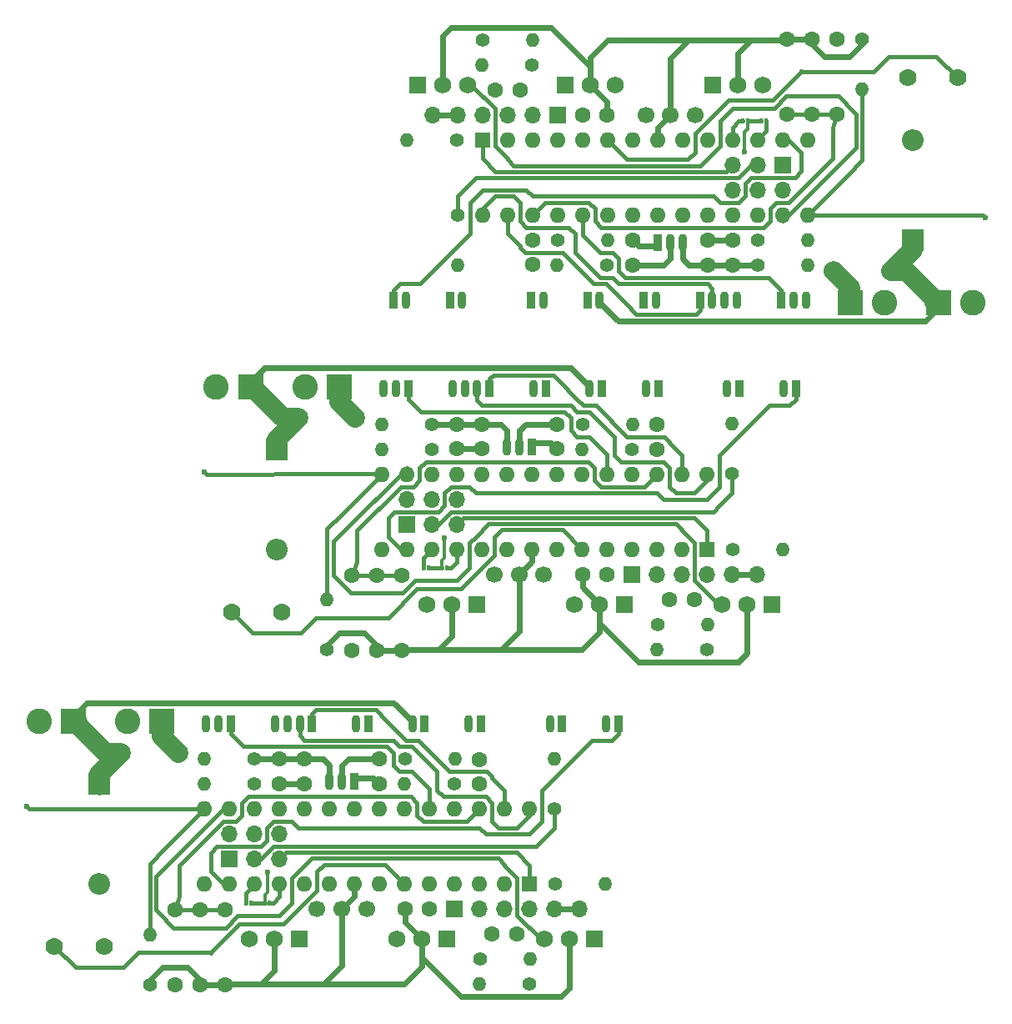
<source format=gtl>
%MOIN*%
%OFA0B0*%
%FSLAX46Y46*%
%IPPOS*%
%LPD*%
%ADD10C,0.0039370078740157488*%
%ADD11O,0.035433070866141732X0.070866141732283464*%
%ADD12R,0.035433070866141732X0.066929133858267723*%
%ADD13R,0.033464566929133861X0.066929133858267723*%
%ADD14O,0.033464566929133861X0.070866141732283464*%
%ADD15C,0.062992125984251982*%
%ADD16R,0.086614173228346469X0.086614173228346469*%
%ADD17O,0.086614173228346469X0.086614173228346469*%
%ADD18C,0.07874015748031496*%
%ADD19C,0.07*%
%ADD20R,0.066929133858267723X0.066929133858267723*%
%ADD21O,0.066929133858267723X0.066929133858267723*%
%ADD22C,0.068897637795275593*%
%ADD23R,0.068897637795275593X0.068897637795275593*%
%ADD24R,0.062992125984251982X0.062992125984251982*%
%ADD25O,0.062992125984251982X0.062992125984251982*%
%ADD26R,0.10236220472440946X0.10236220472440946*%
%ADD27C,0.10236220472440946*%
%ADD28C,0.066929133858267723*%
%ADD29C,0.055118110236220472*%
%ADD30O,0.055118110236220472X0.055118110236220472*%
%ADD31R,0.015748031496062995X0.023622047244094488*%
%ADD32C,0.023622047244094488*%
%ADD33C,0.016*%
%ADD34C,0.024000000000000004*%
%ADD35C,0.012000000000000002*%
%ADD36C,0.08*%
%ADD47C,0.0039370078740157488*%
%ADD48O,0.035433070866141732X0.070866141732283464*%
%ADD49R,0.035433070866141732X0.066929133858267723*%
%ADD50R,0.033464566929133861X0.066929133858267723*%
%ADD51O,0.033464566929133861X0.070866141732283464*%
%ADD52C,0.062992125984251982*%
%ADD53R,0.086614173228346469X0.086614173228346469*%
%ADD54O,0.086614173228346469X0.086614173228346469*%
%ADD55C,0.07874015748031496*%
%ADD56C,0.07*%
%ADD57R,0.066929133858267723X0.066929133858267723*%
%ADD58O,0.066929133858267723X0.066929133858267723*%
%ADD59C,0.068897637795275593*%
%ADD60R,0.068897637795275593X0.068897637795275593*%
%ADD61R,0.062992125984251982X0.062992125984251982*%
%ADD62O,0.062992125984251982X0.062992125984251982*%
%ADD63R,0.10236220472440946X0.10236220472440946*%
%ADD64C,0.10236220472440946*%
%ADD65C,0.066929133858267723*%
%ADD66C,0.055118110236220472*%
%ADD67O,0.055118110236220472X0.055118110236220472*%
%ADD68R,0.015748031496062995X0.023622047244094488*%
%ADD69C,0.023622047244094488*%
%ADD70C,0.016*%
%ADD71C,0.024000000000000004*%
%ADD72C,0.012000000000000002*%
%ADD73C,0.08*%
%ADD74C,0.0039370078740157488*%
%ADD75O,0.035433070866141732X0.070866141732283464*%
%ADD76R,0.035433070866141732X0.066929133858267723*%
%ADD77R,0.033464566929133861X0.066929133858267723*%
%ADD78O,0.033464566929133861X0.070866141732283464*%
%ADD79C,0.062992125984251982*%
%ADD80R,0.086614173228346469X0.086614173228346469*%
%ADD81O,0.086614173228346469X0.086614173228346469*%
%ADD82C,0.07874015748031496*%
%ADD83C,0.07*%
%ADD84R,0.066929133858267723X0.066929133858267723*%
%ADD85O,0.066929133858267723X0.066929133858267723*%
%ADD86C,0.068897637795275593*%
%ADD87R,0.068897637795275593X0.068897637795275593*%
%ADD88R,0.062992125984251982X0.062992125984251982*%
%ADD89O,0.062992125984251982X0.062992125984251982*%
%ADD90R,0.10236220472440946X0.10236220472440946*%
%ADD91C,0.10236220472440946*%
%ADD92C,0.066929133858267723*%
%ADD93C,0.055118110236220472*%
%ADD94O,0.055118110236220472X0.055118110236220472*%
%ADD95R,0.015748031496062995X0.023622047244094488*%
%ADD96C,0.023622047244094488*%
%ADD97C,0.016*%
%ADD98C,0.024000000000000004*%
%ADD99C,0.012000000000000002*%
%ADD100C,0.08*%
G01*
D10*
D11*
X-0004606299Y0004527559D02*
X0001313307Y0000890551D03*
X0001263307Y0000890551D03*
D12*
X0001363307Y0000890551D03*
D13*
X0000868307Y0001122047D03*
D14*
X0000819094Y0001122047D03*
X0000769881Y0001122047D03*
D13*
X0001193307Y0001122047D03*
D14*
X0001144094Y0001122047D03*
X0001094881Y0001122047D03*
X0001045669Y0001122047D03*
D15*
X0000643700Y0000377559D03*
X0000643700Y0000077559D03*
D16*
X0000343307Y0000881299D03*
D17*
X0000343307Y0000481299D03*
D18*
X0000429133Y0001006299D03*
X0000657480Y0001006299D03*
D19*
X0000363307Y0000231299D03*
X0000163307Y0000231299D03*
D20*
X0001763307Y0000381299D03*
D21*
X0001863307Y0000381299D03*
X0001963307Y0000381299D03*
X0002063307Y0000381299D03*
X0002163307Y0000381299D03*
X0002263307Y0000381299D03*
D22*
X0002122755Y0000261220D03*
X0002222755Y0000261220D03*
D23*
X0002322755Y0000261220D03*
D24*
X0002063307Y0000481299D03*
D25*
X0000763307Y0000781299D03*
X0001963307Y0000481299D03*
X0000863307Y0000781299D03*
X0001863307Y0000481299D03*
X0000963307Y0000781299D03*
X0001763307Y0000481299D03*
X0001063307Y0000781299D03*
X0001663307Y0000481299D03*
X0001163307Y0000781299D03*
X0001563307Y0000481299D03*
X0001263307Y0000781299D03*
X0001463307Y0000481299D03*
X0001363307Y0000781299D03*
X0001363307Y0000481299D03*
X0001463307Y0000781299D03*
X0001263307Y0000481299D03*
X0001563307Y0000781299D03*
X0001163307Y0000481299D03*
X0001663307Y0000781299D03*
X0001063307Y0000481299D03*
X0001763307Y0000781299D03*
X0000963307Y0000481299D03*
X0001863307Y0000781299D03*
X0000863307Y0000481299D03*
X0001963307Y0000781299D03*
X0000763307Y0000481299D03*
X0002063307Y0000781299D03*
D26*
X0000593307Y0001131299D03*
D27*
X0000455511Y0001131299D03*
D26*
X0000238307Y0001131299D03*
D27*
X0000100511Y0001131299D03*
D28*
X0001213307Y0000381299D03*
X0001311732Y0000381299D03*
X0001410157Y0000381299D03*
D29*
X0001864881Y0000181299D03*
D30*
X0002064881Y0000181299D03*
D29*
X0002061732Y0000081299D03*
D30*
X0001861732Y0000081299D03*
D15*
X0001463307Y0000981299D03*
X0001463307Y0000882873D03*
X0001163307Y0000981299D03*
X0001163307Y0000882873D03*
X0001663307Y0000381299D03*
X0001564881Y0000381299D03*
X0001063307Y0000981299D03*
X0001063307Y0000882873D03*
X0001913307Y0000281299D03*
X0002011732Y0000281299D03*
D29*
X0002164881Y0000481299D03*
D30*
X0002364881Y0000481299D03*
D15*
X0001863307Y0000881299D03*
X0001863307Y0000979724D03*
D29*
X0001564881Y0000981299D03*
D30*
X0001764881Y0000981299D03*
D29*
X0001761732Y0000881299D03*
D30*
X0001561732Y0000881299D03*
D22*
X0001532204Y0000261220D03*
X0001632204Y0000261220D03*
D23*
X0001732204Y0000261220D03*
D22*
X0000941653Y0000261220D03*
X0001041653Y0000261220D03*
D23*
X0001141653Y0000261220D03*
D29*
X0000961732Y0000881299D03*
D30*
X0000761732Y0000881299D03*
D29*
X0000961732Y0000981299D03*
D30*
X0000761732Y0000981299D03*
D29*
X0002163307Y0000782874D03*
D30*
X0002163307Y0000982874D03*
D15*
X0000743700Y0000377559D03*
X0000743700Y0000077559D03*
D29*
X0000543700Y0000079133D03*
D30*
X0000543700Y0000279133D03*
D20*
X0000863307Y0000581299D03*
D21*
X0000863307Y0000681299D03*
X0000963307Y0000581299D03*
X0000963307Y0000681299D03*
X0001063307Y0000581299D03*
X0001063307Y0000681299D03*
D31*
X0000928464Y0000406299D03*
X0000948149Y0000406299D03*
X0001023149Y0000406299D03*
X0001003464Y0000406299D03*
D15*
X0000843700Y0000377559D03*
X0000843700Y0000077559D03*
D13*
X0002193307Y0001122047D03*
D14*
X0002144094Y0001122047D03*
D13*
X0001868307Y0001122047D03*
D14*
X0001819094Y0001122047D03*
D13*
X0002418307Y0001122047D03*
D14*
X0002369094Y0001122047D03*
D13*
X0001418307Y0001122047D03*
D14*
X0001369094Y0001122047D03*
D13*
X0001643307Y0001122047D03*
D14*
X0001594094Y0001122047D03*
D32*
X0001013700Y0000527559D03*
X0000053307Y0000791299D03*
D33*
X0002063307Y0000481299D02*
X0002063307Y0000556299D01*
X0001089432Y0000607425D02*
X0001063307Y0000581299D01*
X0002012181Y0000607425D02*
X0001089432Y0000607425D01*
X0002063307Y0000556299D02*
X0002012181Y0000607425D01*
X0002063307Y0000506299D02*
X0002063307Y0000481299D01*
D34*
X0000743700Y0000077559D02*
X0000743700Y0000097559D01*
X0000743700Y0000097559D02*
X0000693700Y0000147559D01*
X0000593700Y0000147559D02*
X0000543700Y0000097559D01*
X0000693700Y0000147559D02*
X0000593700Y0000147559D01*
X0000543700Y0000097559D02*
X0000543700Y0000079133D01*
D35*
X0001003464Y0000406299D02*
X0001003464Y0000437322D01*
X0001013700Y0000447559D02*
X0001013700Y0000527559D01*
X0001003464Y0000437322D02*
X0001013700Y0000447559D01*
D33*
X0000843700Y0000077559D02*
X0000737181Y0000077559D01*
X0000737181Y0000077559D02*
X0000743700Y0000077559D01*
X0001003464Y0000406299D02*
X0000948149Y0000406299D01*
D34*
X0001363307Y0000906299D02*
X0001439881Y0000906299D01*
X0001439881Y0000906299D02*
X0001463307Y0000882873D01*
X0001063307Y0000882873D02*
X0001163307Y0000882873D01*
X0001311732Y0000381299D02*
X0001311732Y0000154724D01*
X0001311732Y0000154724D02*
X0001238307Y0000081299D01*
X0001363307Y0000481299D02*
X0001363307Y0000432874D01*
X0001363307Y0000432874D02*
X0001311732Y0000381299D01*
X0001041653Y0000261220D02*
X0001041653Y0000134645D01*
X0001041653Y0000134645D02*
X0000988307Y0000081299D01*
X0001632204Y0000261220D02*
X0001632204Y0000150196D01*
X0001632204Y0000150196D02*
X0001563307Y0000081299D01*
X0001563307Y0000081299D02*
X0001238307Y0000081299D01*
X0001238307Y0000081299D02*
X0000988307Y0000081299D01*
X0002222755Y0000261220D02*
X0002222755Y0000065748D01*
X0001632204Y0000187401D02*
X0001632204Y0000261220D01*
X0001788307Y0000031299D02*
X0001632204Y0000187401D01*
X0002188307Y0000031299D02*
X0001788307Y0000031299D01*
X0002222755Y0000065748D02*
X0002188307Y0000031299D01*
X0002263307Y0000381299D02*
X0002163307Y0000381299D01*
X0002213307Y0000270669D02*
X0002222755Y0000261220D01*
X0001564881Y0000381299D02*
X0001564881Y0000328543D01*
X0001564881Y0000328543D02*
X0001632204Y0000261220D01*
X0000988307Y0000081299D02*
X0000743700Y0000077559D01*
D33*
X0001663307Y0000781299D02*
X0001663307Y0000861299D01*
X0001518307Y0001006299D02*
X0001493307Y0001031299D01*
X0001518307Y0000956299D02*
X0001518307Y0001006299D01*
X0001543307Y0000931299D02*
X0001518307Y0000956299D01*
X0001593307Y0000931299D02*
X0001543307Y0000931299D01*
X0001663307Y0000861299D02*
X0001593307Y0000931299D01*
X0000943307Y0001031299D02*
X0000918307Y0001031299D01*
X0000868307Y0001081299D02*
X0000868307Y0001106299D01*
X0000918307Y0001031299D02*
X0000868307Y0001081299D01*
X0000938307Y0001031299D02*
X0000943307Y0001031299D01*
X0000943307Y0001031299D02*
X0001493307Y0001031299D01*
X0000843700Y0000377559D02*
X0000743700Y0000377559D01*
X0000663307Y0000431299D02*
X0000663307Y0000556299D01*
X0000643700Y0000377559D02*
X0000663307Y0000431299D01*
X0000663307Y0000556299D02*
X0000838307Y0000731299D01*
X0000743700Y0000377559D02*
X0000643700Y0000377559D01*
X0000988307Y0000831299D02*
X0000938307Y0000831299D01*
X0000888307Y0000731299D02*
X0000838307Y0000731299D01*
X0000913307Y0000756299D02*
X0000888307Y0000731299D01*
X0000913307Y0000806299D02*
X0000913307Y0000756299D01*
X0000938307Y0000831299D02*
X0000913307Y0000806299D01*
X0001863307Y0000781299D02*
X0001813307Y0000731299D01*
X0001638307Y0000731299D02*
X0001813307Y0000731299D01*
X0001613307Y0000756299D02*
X0001638307Y0000731299D01*
X0001613307Y0000806299D02*
X0001613307Y0000756299D01*
X0001588307Y0000831299D02*
X0001613307Y0000806299D01*
X0000988307Y0000831299D02*
X0001588307Y0000831299D01*
X0001468307Y0001156299D02*
X0001468307Y0001157952D01*
X0001913307Y0000906299D02*
X0001963307Y0000856299D01*
X0001963307Y0000781299D02*
X0001963307Y0000856299D01*
X0001913307Y0000911299D02*
X0001893307Y0000931299D01*
X0001893307Y0000931299D02*
X0001743307Y0000931299D01*
X0001743307Y0000931299D02*
X0001618307Y0001056299D01*
X0001913307Y0000906299D02*
X0001913307Y0000911299D01*
X0001568307Y0001056299D02*
X0001543307Y0001081299D01*
X0001618307Y0001056299D02*
X0001568307Y0001056299D01*
X0001543307Y0001081299D02*
X0001468307Y0001156299D01*
X0001193307Y0001162165D02*
X0001193307Y0001106299D01*
X0001208700Y0001177559D02*
X0001193307Y0001162165D01*
X0001448700Y0001177559D02*
X0001208700Y0001177559D01*
X0001468307Y0001157952D02*
X0001448700Y0001177559D01*
X0001188307Y0001056299D02*
X0001163307Y0001056299D01*
X0001518307Y0001056299D02*
X0001188307Y0001056299D01*
X0001718307Y0000831299D02*
X0001693307Y0000856299D01*
X0001693307Y0000856299D02*
X0001693307Y0000931299D01*
X0001693307Y0000931299D02*
X0001593307Y0001031299D01*
X0001843307Y0000831299D02*
X0001718307Y0000831299D01*
X0001543307Y0001031299D02*
X0001518307Y0001056299D01*
X0001593307Y0001031299D02*
X0001543307Y0001031299D01*
X0001144094Y0001075511D02*
X0001144094Y0001106299D01*
X0001163307Y0001056299D02*
X0001144094Y0001075511D01*
X0002063307Y0000781299D02*
X0002063307Y0000756299D01*
X0002063307Y0000756299D02*
X0002013307Y0000706299D01*
X0002013307Y0000706299D02*
X0001938307Y0000706299D01*
X0001938307Y0000706299D02*
X0001913307Y0000731299D01*
X0001913307Y0000731299D02*
X0001913307Y0000806299D01*
X0001913307Y0000806299D02*
X0001888307Y0000831299D01*
X0001888307Y0000831299D02*
X0001843307Y0000831299D01*
X0001843307Y0000831299D02*
X0001838307Y0000831299D01*
X0002063307Y0000781299D02*
X0002063307Y0000756299D01*
X0000593688Y0000782558D02*
X0000762047Y0000782558D01*
X0000762047Y0000782558D02*
X0000763307Y0000781299D01*
X0000063307Y0000781299D02*
X0000593688Y0000782558D01*
X0000593688Y0000782558D02*
X0000593700Y0000782559D01*
X0000063307Y0000781299D02*
X0000053307Y0000791299D01*
X0000603307Y0000621299D02*
X0000602440Y0000621299D01*
X0000763307Y0000781299D02*
X0000603307Y0000621299D01*
X0000543700Y0000562559D02*
X0000543700Y0000279133D01*
X0000602440Y0000621299D02*
X0000543700Y0000562559D01*
X0002418307Y0001106299D02*
X0002418307Y0001081299D01*
X0002393307Y0001056299D02*
X0002313307Y0001056299D01*
X0002418307Y0001081299D02*
X0002393307Y0001056299D01*
X0000863307Y0000481299D02*
X0000838307Y0000481299D01*
X0000838307Y0000481299D02*
X0000788307Y0000531299D01*
X0000788307Y0000531299D02*
X0000788307Y0000606299D01*
X0000788307Y0000606299D02*
X0000813307Y0000631299D01*
X0000813307Y0000631299D02*
X0000938307Y0000631299D01*
X0000938307Y0000631299D02*
X0000988307Y0000631299D01*
X0002063307Y0000681299D02*
X0002113307Y0000731299D01*
X0001888307Y0000681299D02*
X0002063307Y0000681299D01*
X0001863307Y0000706299D02*
X0001888307Y0000681299D01*
X0001738307Y0000706299D02*
X0001863307Y0000706299D01*
X0001138307Y0000706299D02*
X0001738307Y0000706299D01*
X0001113307Y0000731299D02*
X0001138307Y0000706299D01*
X0001038307Y0000731299D02*
X0001113307Y0000731299D01*
X0001013307Y0000706299D02*
X0001038307Y0000731299D01*
X0001013307Y0000656299D02*
X0001013307Y0000706299D01*
X0000988307Y0000631299D02*
X0001013307Y0000656299D01*
X0002113307Y0000856299D02*
X0002313307Y0001056299D01*
X0002113307Y0000731299D02*
X0002113307Y0000856299D01*
X0000928464Y0000406299D02*
X0000928464Y0000446456D01*
X0000928464Y0000446456D02*
X0000963307Y0000481299D01*
X0001063307Y0000481299D02*
X0001063307Y0000431299D01*
X0001038307Y0000406299D02*
X0001023149Y0000406299D01*
X0001063307Y0000431299D02*
X0001038307Y0000406299D01*
X0000789104Y0000207105D02*
X0000498247Y0000207105D01*
X0000247047Y0000147559D02*
X0000163307Y0000231299D01*
X0000438700Y0000147559D02*
X0000247047Y0000147559D01*
X0000498247Y0000207105D02*
X0000438700Y0000147559D01*
X0000788307Y0000206299D02*
X0000789104Y0000207105D01*
X0000789104Y0000207105D02*
X0000903307Y0000322559D01*
X0001078307Y0000322559D02*
X0000903307Y0000322559D01*
X0001163307Y0000406299D02*
X0001213307Y0000456299D01*
X0001213307Y0000456299D02*
X0001213307Y0000531299D01*
X0001213307Y0000531299D02*
X0001241684Y0000559676D01*
X0001241684Y0000559676D02*
X0001484929Y0000559676D01*
X0001563307Y0000481299D02*
X0001484929Y0000559676D01*
X0001163307Y0000406299D02*
X0001078307Y0000322559D01*
X0002163307Y0000782874D02*
X0002163307Y0000706299D01*
X0002113307Y0000656299D02*
X0002163307Y0000706299D01*
X0000963307Y0000581299D02*
X0000988307Y0000581299D01*
X0000988307Y0000581299D02*
X0001038307Y0000631299D01*
X0002088307Y0000631299D02*
X0002113307Y0000656299D01*
X0001038307Y0000631299D02*
X0002088307Y0000631299D01*
D34*
X0001163307Y0000981299D02*
X0001238307Y0000981299D01*
X0001263307Y0000956299D02*
X0001263307Y0000906299D01*
X0001238307Y0000981299D02*
X0001263307Y0000956299D01*
X0001063307Y0000981299D02*
X0001163307Y0000981299D01*
X0000961732Y0000981299D02*
X0001063307Y0000981299D01*
D33*
X0000568700Y0000477559D02*
X0000568700Y0000511692D01*
X0000838307Y0000781299D02*
X0000633307Y0000576299D01*
X0000608307Y0000337952D02*
X0000568700Y0000377559D01*
X0000568700Y0000377559D02*
X0000568700Y0000477559D01*
X0001063307Y0000355173D02*
X0000896315Y0000355173D01*
X0001113307Y0000406299D02*
X0001063307Y0000356299D01*
X0001963307Y0000558551D02*
X0001963307Y0000556299D01*
X0001963307Y0000558551D02*
X0001938307Y0000583551D01*
X0001938307Y0000583551D02*
X0001190558Y0000583551D01*
X0001190558Y0000583551D02*
X0001138307Y0000531299D01*
X0001113307Y0000506299D02*
X0001138307Y0000531299D01*
X0001113307Y0000456299D02*
X0001113307Y0000506299D01*
X0001113307Y0000456299D02*
X0001113307Y0000406299D01*
X0001063307Y0000355173D02*
X0001063307Y0000356299D01*
X0000813307Y0000306299D02*
X0000638307Y0000306299D01*
X0000638307Y0000306299D02*
X0000608307Y0000336299D01*
X0000847440Y0000306299D02*
X0000813307Y0000306299D01*
X0000896315Y0000355173D02*
X0000847440Y0000306299D01*
X0000608307Y0000336299D02*
X0000608307Y0000337952D01*
X0000568700Y0000511692D02*
X0000633307Y0000576299D01*
X0001963307Y0000556299D02*
X0002013307Y0000506299D01*
X0002013307Y0000356299D02*
X0002108385Y0000261220D01*
X0002013307Y0000506299D02*
X0002013307Y0000356299D01*
X0001961055Y0000558551D02*
X0001963307Y0000556299D01*
X0000838307Y0000781299D02*
X0000863307Y0000781299D01*
X0000863307Y0000781299D02*
X0000838307Y0000781299D01*
X0000863307Y0000781299D02*
X0000863307Y0000806299D01*
X0002108385Y0000261220D02*
X0002122755Y0000261220D01*
D36*
X0000593307Y0001131299D02*
X0000593307Y0001070472D01*
X0000593307Y0001070472D02*
X0000657480Y0001006299D01*
D34*
X0000238307Y0001131299D02*
X0000238307Y0001151299D01*
X0000238307Y0001151299D02*
X0000293307Y0001206299D01*
X0001594094Y0001130511D02*
X0001594094Y0001106299D01*
X0001518307Y0001206299D02*
X0001594094Y0001130511D01*
X0000293307Y0001206299D02*
X0001518307Y0001206299D01*
D33*
X0000343307Y0000881299D02*
X0000343307Y0000846299D01*
D36*
X0000238307Y0001131299D02*
X0000243307Y0001131299D01*
X0000243307Y0001131299D02*
X0000368307Y0001006299D01*
X0000368307Y0001006299D02*
X0000429133Y0001006299D01*
X0000343307Y0000881299D02*
X0000343307Y0000920472D01*
X0000343307Y0000920472D02*
X0000429133Y0001006299D01*
D34*
X0000238307Y0001131299D02*
X0000238307Y0001141299D01*
D36*
X0000238307Y0001131299D02*
X0000254133Y0001131299D01*
D34*
X0001313307Y0000906299D02*
X0001313307Y0000956299D01*
X0001338307Y0000981299D02*
X0001463307Y0000981299D01*
X0001313307Y0000956299D02*
X0001338307Y0000981299D01*
G04 next file*
G04 #@! TF.FileFunction,Copper,L1,Top,Signal*
G04 Gerber Fmt 4.6, Leading zero omitted, Abs format (unit mm)*
G04 Created by KiCad (PCBNEW 4.0.7) date 08/30/19 18:47:50*
G01*
G04 APERTURE LIST*
G04 APERTURE END LIST*
D47*
D48*
X-0003897637Y0005866141D02*
X0002021968Y0002229133D03*
X0001971968Y0002229133D03*
D49*
X0002071968Y0002229133D03*
D50*
X0001576968Y0002460629D03*
D51*
X0001527755Y0002460629D03*
X0001478543Y0002460629D03*
D50*
X0001901968Y0002460629D03*
D51*
X0001852755Y0002460629D03*
X0001803543Y0002460629D03*
X0001754330Y0002460629D03*
D52*
X0001352362Y0001716141D03*
X0001352362Y0001416141D03*
D53*
X0001051968Y0002219881D03*
D54*
X0001051968Y0001819881D03*
D55*
X0001137795Y0002344881D03*
X0001366141Y0002344881D03*
D56*
X0001071968Y0001569881D03*
X0000871968Y0001569881D03*
D57*
X0002471968Y0001719881D03*
D58*
X0002571968Y0001719881D03*
X0002671968Y0001719881D03*
X0002771968Y0001719881D03*
X0002871968Y0001719881D03*
X0002971968Y0001719881D03*
D59*
X0002831417Y0001599803D03*
X0002931417Y0001599803D03*
D60*
X0003031417Y0001599803D03*
D61*
X0002771968Y0001819881D03*
D62*
X0001471968Y0002119881D03*
X0002671968Y0001819881D03*
X0001571968Y0002119881D03*
X0002571968Y0001819881D03*
X0001671968Y0002119881D03*
X0002471968Y0001819881D03*
X0001771968Y0002119881D03*
X0002371968Y0001819881D03*
X0001871968Y0002119881D03*
X0002271968Y0001819881D03*
X0001971968Y0002119881D03*
X0002171968Y0001819881D03*
X0002071968Y0002119881D03*
X0002071968Y0001819881D03*
X0002171968Y0002119881D03*
X0001971968Y0001819881D03*
X0002271968Y0002119881D03*
X0001871968Y0001819881D03*
X0002371968Y0002119881D03*
X0001771968Y0001819881D03*
X0002471968Y0002119881D03*
X0001671968Y0001819881D03*
X0002571968Y0002119881D03*
X0001571968Y0001819881D03*
X0002671968Y0002119881D03*
X0001471968Y0001819881D03*
X0002771968Y0002119881D03*
D63*
X0001301968Y0002469881D03*
D64*
X0001164173Y0002469881D03*
D63*
X0000946968Y0002469881D03*
D64*
X0000809173Y0002469881D03*
D65*
X0001921968Y0001719881D03*
X0002020393Y0001719881D03*
X0002118818Y0001719881D03*
D66*
X0002573543Y0001519881D03*
D67*
X0002773543Y0001519881D03*
D66*
X0002770393Y0001419881D03*
D67*
X0002570393Y0001419881D03*
D52*
X0002171968Y0002319881D03*
X0002171968Y0002221456D03*
X0001871968Y0002319881D03*
X0001871968Y0002221456D03*
X0002371968Y0001719881D03*
X0002273543Y0001719881D03*
X0001771968Y0002319881D03*
X0001771968Y0002221456D03*
X0002621968Y0001619881D03*
X0002720393Y0001619881D03*
D66*
X0002873543Y0001819881D03*
D67*
X0003073543Y0001819881D03*
D52*
X0002571968Y0002219881D03*
X0002571968Y0002318307D03*
D66*
X0002273543Y0002319881D03*
D67*
X0002473543Y0002319881D03*
D66*
X0002470393Y0002219881D03*
D67*
X0002270393Y0002219881D03*
D59*
X0002240866Y0001599803D03*
X0002340866Y0001599803D03*
D60*
X0002440866Y0001599803D03*
D59*
X0001650314Y0001599803D03*
X0001750314Y0001599803D03*
D60*
X0001850314Y0001599803D03*
D66*
X0001670393Y0002219881D03*
D67*
X0001470393Y0002219881D03*
D66*
X0001670393Y0002319881D03*
D67*
X0001470393Y0002319881D03*
D66*
X0002871968Y0002121456D03*
D67*
X0002871968Y0002321456D03*
D52*
X0001452362Y0001716141D03*
X0001452362Y0001416141D03*
D66*
X0001252362Y0001417716D03*
D67*
X0001252362Y0001617716D03*
D57*
X0001571968Y0001919881D03*
D58*
X0001571968Y0002019881D03*
X0001671968Y0001919881D03*
X0001671968Y0002019881D03*
X0001771968Y0001919881D03*
X0001771968Y0002019881D03*
D68*
X0001637125Y0001744881D03*
X0001656811Y0001744881D03*
X0001731811Y0001744881D03*
X0001712125Y0001744881D03*
D52*
X0001552362Y0001716141D03*
X0001552362Y0001416141D03*
D50*
X0002901968Y0002460629D03*
D51*
X0002852755Y0002460629D03*
D50*
X0002576968Y0002460629D03*
D51*
X0002527755Y0002460629D03*
D50*
X0003126968Y0002460629D03*
D51*
X0003077755Y0002460629D03*
D50*
X0002126968Y0002460629D03*
D51*
X0002077755Y0002460629D03*
D50*
X0002351968Y0002460629D03*
D51*
X0002302755Y0002460629D03*
D69*
X0001722362Y0001866141D03*
X0000761968Y0002129881D03*
D70*
X0002771968Y0001819881D02*
X0002771968Y0001894881D01*
X0001798094Y0001946007D02*
X0001771968Y0001919881D01*
X0002720842Y0001946007D02*
X0001798094Y0001946007D01*
X0002771968Y0001894881D02*
X0002720842Y0001946007D01*
X0002771968Y0001844881D02*
X0002771968Y0001819881D01*
D71*
X0001452362Y0001416141D02*
X0001452362Y0001436141D01*
X0001452362Y0001436141D02*
X0001402362Y0001486141D01*
X0001302362Y0001486141D02*
X0001252362Y0001436141D01*
X0001402362Y0001486141D02*
X0001302362Y0001486141D01*
X0001252362Y0001436141D02*
X0001252362Y0001417716D01*
D72*
X0001712125Y0001744881D02*
X0001712125Y0001775905D01*
X0001722362Y0001786141D02*
X0001722362Y0001866141D01*
X0001712125Y0001775905D02*
X0001722362Y0001786141D01*
D70*
X0001552362Y0001416141D02*
X0001445842Y0001416141D01*
X0001445842Y0001416141D02*
X0001452362Y0001416141D01*
X0001712125Y0001744881D02*
X0001656811Y0001744881D01*
D71*
X0002071968Y0002244881D02*
X0002148543Y0002244881D01*
X0002148543Y0002244881D02*
X0002171968Y0002221456D01*
X0001771968Y0002221456D02*
X0001871968Y0002221456D01*
X0002020393Y0001719881D02*
X0002020393Y0001493307D01*
X0002020393Y0001493307D02*
X0001946968Y0001419881D01*
X0002071968Y0001819881D02*
X0002071968Y0001771456D01*
X0002071968Y0001771456D02*
X0002020393Y0001719881D01*
X0001750314Y0001599803D02*
X0001750314Y0001473228D01*
X0001750314Y0001473228D02*
X0001696968Y0001419881D01*
X0002340866Y0001599803D02*
X0002340866Y0001488779D01*
X0002340866Y0001488779D02*
X0002271968Y0001419881D01*
X0002271968Y0001419881D02*
X0001946968Y0001419881D01*
X0001946968Y0001419881D02*
X0001696968Y0001419881D01*
X0002931417Y0001599803D02*
X0002931417Y0001404330D01*
X0002340866Y0001525984D02*
X0002340866Y0001599803D01*
X0002496968Y0001369881D02*
X0002340866Y0001525984D01*
X0002896968Y0001369881D02*
X0002496968Y0001369881D01*
X0002931417Y0001404330D02*
X0002896968Y0001369881D01*
X0002971968Y0001719881D02*
X0002871968Y0001719881D01*
X0002921968Y0001609251D02*
X0002931417Y0001599803D01*
X0002273543Y0001719881D02*
X0002273543Y0001667125D01*
X0002273543Y0001667125D02*
X0002340866Y0001599803D01*
X0001696968Y0001419881D02*
X0001452362Y0001416141D01*
D70*
X0002371968Y0002119881D02*
X0002371968Y0002199881D01*
X0002226968Y0002344881D02*
X0002201968Y0002369881D01*
X0002226968Y0002294881D02*
X0002226968Y0002344881D01*
X0002251968Y0002269881D02*
X0002226968Y0002294881D01*
X0002301968Y0002269881D02*
X0002251968Y0002269881D01*
X0002371968Y0002199881D02*
X0002301968Y0002269881D01*
X0001651968Y0002369881D02*
X0001626968Y0002369881D01*
X0001576968Y0002419881D02*
X0001576968Y0002444881D01*
X0001626968Y0002369881D02*
X0001576968Y0002419881D01*
X0001646968Y0002369881D02*
X0001651968Y0002369881D01*
X0001651968Y0002369881D02*
X0002201968Y0002369881D01*
X0001552362Y0001716141D02*
X0001452362Y0001716141D01*
X0001371968Y0001769881D02*
X0001371968Y0001894881D01*
X0001352362Y0001716141D02*
X0001371968Y0001769881D01*
X0001371968Y0001894881D02*
X0001546968Y0002069881D01*
X0001452362Y0001716141D02*
X0001352362Y0001716141D01*
X0001696968Y0002169881D02*
X0001646968Y0002169881D01*
X0001596968Y0002069881D02*
X0001546968Y0002069881D01*
X0001621968Y0002094881D02*
X0001596968Y0002069881D01*
X0001621968Y0002144881D02*
X0001621968Y0002094881D01*
X0001646968Y0002169881D02*
X0001621968Y0002144881D01*
X0002571968Y0002119881D02*
X0002521968Y0002069881D01*
X0002346968Y0002069881D02*
X0002521968Y0002069881D01*
X0002321968Y0002094881D02*
X0002346968Y0002069881D01*
X0002321968Y0002144881D02*
X0002321968Y0002094881D01*
X0002296968Y0002169881D02*
X0002321968Y0002144881D01*
X0001696968Y0002169881D02*
X0002296968Y0002169881D01*
X0002176968Y0002494881D02*
X0002176968Y0002496535D01*
X0002621968Y0002244881D02*
X0002671968Y0002194881D01*
X0002671968Y0002119881D02*
X0002671968Y0002194881D01*
X0002621968Y0002249881D02*
X0002601968Y0002269881D01*
X0002601968Y0002269881D02*
X0002451968Y0002269881D01*
X0002451968Y0002269881D02*
X0002326968Y0002394881D01*
X0002621968Y0002244881D02*
X0002621968Y0002249881D01*
X0002276968Y0002394881D02*
X0002251968Y0002419881D01*
X0002326968Y0002394881D02*
X0002276968Y0002394881D01*
X0002251968Y0002419881D02*
X0002176968Y0002494881D01*
X0001901968Y0002500748D02*
X0001901968Y0002444881D01*
X0001917362Y0002516141D02*
X0001901968Y0002500748D01*
X0002157362Y0002516141D02*
X0001917362Y0002516141D01*
X0002176968Y0002496535D02*
X0002157362Y0002516141D01*
X0001896968Y0002394881D02*
X0001871968Y0002394881D01*
X0002226968Y0002394881D02*
X0001896968Y0002394881D01*
X0002426968Y0002169881D02*
X0002401968Y0002194881D01*
X0002401968Y0002194881D02*
X0002401968Y0002269881D01*
X0002401968Y0002269881D02*
X0002301968Y0002369881D01*
X0002551968Y0002169881D02*
X0002426968Y0002169881D01*
X0002251968Y0002369881D02*
X0002226968Y0002394881D01*
X0002301968Y0002369881D02*
X0002251968Y0002369881D01*
X0001852755Y0002414094D02*
X0001852755Y0002444881D01*
X0001871968Y0002394881D02*
X0001852755Y0002414094D01*
X0002771968Y0002119881D02*
X0002771968Y0002094881D01*
X0002771968Y0002094881D02*
X0002721968Y0002044881D01*
X0002721968Y0002044881D02*
X0002646968Y0002044881D01*
X0002646968Y0002044881D02*
X0002621968Y0002069881D01*
X0002621968Y0002069881D02*
X0002621968Y0002144881D01*
X0002621968Y0002144881D02*
X0002596968Y0002169881D01*
X0002596968Y0002169881D02*
X0002551968Y0002169881D01*
X0002551968Y0002169881D02*
X0002546968Y0002169881D01*
X0002771968Y0002119881D02*
X0002771968Y0002094881D01*
X0001302350Y0002121141D02*
X0001470708Y0002121141D01*
X0001470708Y0002121141D02*
X0001471968Y0002119881D01*
X0000771968Y0002119881D02*
X0001302350Y0002121141D01*
X0001302350Y0002121141D02*
X0001302362Y0002121141D01*
X0000771968Y0002119881D02*
X0000761968Y0002129881D01*
X0001311968Y0001959881D02*
X0001311102Y0001959881D01*
X0001471968Y0002119881D02*
X0001311968Y0001959881D01*
X0001252362Y0001901141D02*
X0001252362Y0001617716D01*
X0001311102Y0001959881D02*
X0001252362Y0001901141D01*
X0003126968Y0002444881D02*
X0003126968Y0002419881D01*
X0003101968Y0002394881D02*
X0003021968Y0002394881D01*
X0003126968Y0002419881D02*
X0003101968Y0002394881D01*
X0001571968Y0001819881D02*
X0001546968Y0001819881D01*
X0001546968Y0001819881D02*
X0001496968Y0001869881D01*
X0001496968Y0001869881D02*
X0001496968Y0001944881D01*
X0001496968Y0001944881D02*
X0001521968Y0001969881D01*
X0001521968Y0001969881D02*
X0001646968Y0001969881D01*
X0001646968Y0001969881D02*
X0001696968Y0001969881D01*
X0002771968Y0002019881D02*
X0002821968Y0002069881D01*
X0002596968Y0002019881D02*
X0002771968Y0002019881D01*
X0002571968Y0002044881D02*
X0002596968Y0002019881D01*
X0002446968Y0002044881D02*
X0002571968Y0002044881D01*
X0001846968Y0002044881D02*
X0002446968Y0002044881D01*
X0001821968Y0002069881D02*
X0001846968Y0002044881D01*
X0001746968Y0002069881D02*
X0001821968Y0002069881D01*
X0001721968Y0002044881D02*
X0001746968Y0002069881D01*
X0001721968Y0001994881D02*
X0001721968Y0002044881D01*
X0001696968Y0001969881D02*
X0001721968Y0001994881D01*
X0002821968Y0002194881D02*
X0003021968Y0002394881D01*
X0002821968Y0002069881D02*
X0002821968Y0002194881D01*
X0001637125Y0001744881D02*
X0001637125Y0001785039D01*
X0001637125Y0001785039D02*
X0001671968Y0001819881D01*
X0001771968Y0001819881D02*
X0001771968Y0001769881D01*
X0001746968Y0001744881D02*
X0001731811Y0001744881D01*
X0001771968Y0001769881D02*
X0001746968Y0001744881D01*
X0001497766Y0001545688D02*
X0001206908Y0001545688D01*
X0000955708Y0001486141D02*
X0000871968Y0001569881D01*
X0001147362Y0001486141D02*
X0000955708Y0001486141D01*
X0001206908Y0001545688D02*
X0001147362Y0001486141D01*
X0001496968Y0001544881D02*
X0001497766Y0001545688D01*
X0001497766Y0001545688D02*
X0001611968Y0001661141D01*
X0001786968Y0001661141D02*
X0001611968Y0001661141D01*
X0001871968Y0001744881D02*
X0001921968Y0001794881D01*
X0001921968Y0001794881D02*
X0001921968Y0001869881D01*
X0001921968Y0001869881D02*
X0001950346Y0001898259D01*
X0001950346Y0001898259D02*
X0002193590Y0001898259D01*
X0002271968Y0001819881D02*
X0002193590Y0001898259D01*
X0001871968Y0001744881D02*
X0001786968Y0001661141D01*
X0002871968Y0002121456D02*
X0002871968Y0002044881D01*
X0002821968Y0001994881D02*
X0002871968Y0002044881D01*
X0001671968Y0001919881D02*
X0001696968Y0001919881D01*
X0001696968Y0001919881D02*
X0001746968Y0001969881D01*
X0002796968Y0001969881D02*
X0002821968Y0001994881D01*
X0001746968Y0001969881D02*
X0002796968Y0001969881D01*
D71*
X0001871968Y0002319881D02*
X0001946968Y0002319881D01*
X0001971968Y0002294881D02*
X0001971968Y0002244881D01*
X0001946968Y0002319881D02*
X0001971968Y0002294881D01*
X0001771968Y0002319881D02*
X0001871968Y0002319881D01*
X0001670393Y0002319881D02*
X0001771968Y0002319881D01*
D70*
X0001277362Y0001816141D02*
X0001277362Y0001850275D01*
X0001546968Y0002119881D02*
X0001341968Y0001914881D01*
X0001316968Y0001676535D02*
X0001277362Y0001716141D01*
X0001277362Y0001716141D02*
X0001277362Y0001816141D01*
X0001771968Y0001693755D02*
X0001604976Y0001693755D01*
X0001821968Y0001744881D02*
X0001771968Y0001694881D01*
X0002671968Y0001897133D02*
X0002671968Y0001894881D01*
X0002671968Y0001897133D02*
X0002646968Y0001922133D01*
X0002646968Y0001922133D02*
X0001899220Y0001922133D01*
X0001899220Y0001922133D02*
X0001846968Y0001869881D01*
X0001821968Y0001844881D02*
X0001846968Y0001869881D01*
X0001821968Y0001794881D02*
X0001821968Y0001844881D01*
X0001821968Y0001794881D02*
X0001821968Y0001744881D01*
X0001771968Y0001693755D02*
X0001771968Y0001694881D01*
X0001521968Y0001644881D02*
X0001346968Y0001644881D01*
X0001346968Y0001644881D02*
X0001316968Y0001674881D01*
X0001556102Y0001644881D02*
X0001521968Y0001644881D01*
X0001604976Y0001693755D02*
X0001556102Y0001644881D01*
X0001316968Y0001674881D02*
X0001316968Y0001676535D01*
X0001277362Y0001850275D02*
X0001341968Y0001914881D01*
X0002671968Y0001894881D02*
X0002721968Y0001844881D01*
X0002721968Y0001694881D02*
X0002817047Y0001599803D01*
X0002721968Y0001844881D02*
X0002721968Y0001694881D01*
X0002669716Y0001897133D02*
X0002671968Y0001894881D01*
X0001546968Y0002119881D02*
X0001571968Y0002119881D01*
X0001571968Y0002119881D02*
X0001546968Y0002119881D01*
X0001571968Y0002119881D02*
X0001571968Y0002144881D01*
X0002817047Y0001599803D02*
X0002831417Y0001599803D01*
D73*
X0001301968Y0002469881D02*
X0001301968Y0002409055D01*
X0001301968Y0002409055D02*
X0001366141Y0002344881D01*
D71*
X0000946968Y0002469881D02*
X0000946968Y0002489881D01*
X0000946968Y0002489881D02*
X0001001968Y0002544881D01*
X0002302755Y0002469094D02*
X0002302755Y0002444881D01*
X0002226968Y0002544881D02*
X0002302755Y0002469094D01*
X0001001968Y0002544881D02*
X0002226968Y0002544881D01*
D70*
X0001051968Y0002219881D02*
X0001051968Y0002184881D01*
D73*
X0000946968Y0002469881D02*
X0000951968Y0002469881D01*
X0000951968Y0002469881D02*
X0001076968Y0002344881D01*
X0001076968Y0002344881D02*
X0001137795Y0002344881D01*
X0001051968Y0002219881D02*
X0001051968Y0002259055D01*
X0001051968Y0002259055D02*
X0001137795Y0002344881D01*
D71*
X0000946968Y0002469881D02*
X0000946968Y0002479881D01*
D73*
X0000946968Y0002469881D02*
X0000962795Y0002469881D01*
D71*
X0002021968Y0002244881D02*
X0002021968Y0002294881D01*
X0002046968Y0002319881D02*
X0002171968Y0002319881D01*
X0002021968Y0002294881D02*
X0002046968Y0002319881D01*
G04 next file*
G04 #@! TF.FileFunction,Copper,L1,Top,Signal*
G04 Gerber Fmt 4.6, Leading zero omitted, Abs format (unit mm)*
G04 Created by KiCad (PCBNEW 4.0.7) date 08/30/19 18:47:50*
G01*
G04 APERTURE LIST*
G04 APERTURE END LIST*
D74*
D75*
X0008543307Y-0000590551D02*
X0002623700Y0003046456D03*
X0002673700Y0003046456D03*
D76*
X0002573700Y0003046456D03*
D77*
X0003068700Y0002814960D03*
D78*
X0003117913Y0002814960D03*
X0003167125Y0002814960D03*
D77*
X0002743700Y0002814960D03*
D78*
X0002792913Y0002814960D03*
X0002842125Y0002814960D03*
X0002891338Y0002814960D03*
D79*
X0003293307Y0003559448D03*
X0003293307Y0003859448D03*
D80*
X0003593700Y0003055708D03*
D81*
X0003593700Y0003455708D03*
D82*
X0003507874Y0002930708D03*
X0003279527Y0002930708D03*
D83*
X0003573700Y0003705708D03*
X0003773700Y0003705708D03*
D84*
X0002173700Y0003555708D03*
D85*
X0002073700Y0003555708D03*
X0001973700Y0003555708D03*
X0001873700Y0003555708D03*
X0001773700Y0003555708D03*
X0001673700Y0003555708D03*
D86*
X0001814251Y0003675787D03*
X0001714251Y0003675787D03*
D87*
X0001614251Y0003675787D03*
D88*
X0001873700Y0003455708D03*
D89*
X0003173700Y0003155708D03*
X0001973700Y0003455708D03*
X0003073700Y0003155708D03*
X0002073700Y0003455708D03*
X0002973700Y0003155708D03*
X0002173700Y0003455708D03*
X0002873700Y0003155708D03*
X0002273700Y0003455708D03*
X0002773700Y0003155708D03*
X0002373700Y0003455708D03*
X0002673700Y0003155708D03*
X0002473700Y0003455708D03*
X0002573700Y0003155708D03*
X0002573700Y0003455708D03*
X0002473700Y0003155708D03*
X0002673700Y0003455708D03*
X0002373700Y0003155708D03*
X0002773700Y0003455708D03*
X0002273700Y0003155708D03*
X0002873700Y0003455708D03*
X0002173700Y0003155708D03*
X0002973700Y0003455708D03*
X0002073700Y0003155708D03*
X0003073700Y0003455708D03*
X0001973700Y0003155708D03*
X0003173700Y0003455708D03*
X0001873700Y0003155708D03*
D90*
X0003343700Y0002805708D03*
D91*
X0003481496Y0002805708D03*
D90*
X0003698700Y0002805708D03*
D91*
X0003836496Y0002805708D03*
D92*
X0002723700Y0003555708D03*
X0002625275Y0003555708D03*
X0002526850Y0003555708D03*
D93*
X0002072125Y0003755708D03*
D94*
X0001872125Y0003755708D03*
D93*
X0001875275Y0003855708D03*
D94*
X0002075275Y0003855708D03*
D79*
X0002473700Y0002955708D03*
X0002473700Y0003054133D03*
X0002773700Y0002955708D03*
X0002773700Y0003054133D03*
X0002273700Y0003555708D03*
X0002372125Y0003555708D03*
X0002873700Y0002955708D03*
X0002873700Y0003054133D03*
X0002023700Y0003655708D03*
X0001925275Y0003655708D03*
D93*
X0001772125Y0003455708D03*
D94*
X0001572125Y0003455708D03*
D79*
X0002073700Y0003055708D03*
X0002073700Y0002957283D03*
D93*
X0002372125Y0002955708D03*
D94*
X0002172125Y0002955708D03*
D93*
X0002175275Y0003055708D03*
D94*
X0002375275Y0003055708D03*
D86*
X0002404803Y0003675787D03*
X0002304803Y0003675787D03*
D87*
X0002204803Y0003675787D03*
D86*
X0002995354Y0003675787D03*
X0002895354Y0003675787D03*
D87*
X0002795354Y0003675787D03*
D93*
X0002975275Y0003055708D03*
D94*
X0003175275Y0003055708D03*
D93*
X0002975275Y0002955708D03*
D94*
X0003175275Y0002955708D03*
D93*
X0001773700Y0003154133D03*
D94*
X0001773700Y0002954133D03*
D79*
X0003193307Y0003559448D03*
X0003193307Y0003859448D03*
D93*
X0003393307Y0003857874D03*
D94*
X0003393307Y0003657874D03*
D84*
X0003073700Y0003355708D03*
D85*
X0003073700Y0003255708D03*
X0002973700Y0003355708D03*
X0002973700Y0003255708D03*
X0002873700Y0003355708D03*
X0002873700Y0003255708D03*
D95*
X0003008543Y0003530708D03*
X0002988858Y0003530708D03*
X0002913858Y0003530708D03*
X0002933543Y0003530708D03*
D79*
X0003093307Y0003559448D03*
X0003093307Y0003859448D03*
D77*
X0001743700Y0002814960D03*
D78*
X0001792913Y0002814960D03*
D77*
X0002068700Y0002814960D03*
D78*
X0002117913Y0002814960D03*
D77*
X0001518700Y0002814960D03*
D78*
X0001567913Y0002814960D03*
D77*
X0002518700Y0002814960D03*
D78*
X0002567913Y0002814960D03*
D77*
X0002293700Y0002814960D03*
D78*
X0002342913Y0002814960D03*
D96*
X0002923307Y0003409448D03*
X0003883700Y0003145708D03*
D97*
X0001873700Y0003455708D02*
X0001873700Y0003380708D01*
X0002847574Y0003329582D02*
X0002873700Y0003355708D01*
X0001924826Y0003329582D02*
X0002847574Y0003329582D01*
X0001873700Y0003380708D02*
X0001924826Y0003329582D01*
X0001873700Y0003430708D02*
X0001873700Y0003455708D01*
D98*
X0003193307Y0003859448D02*
X0003193307Y0003839448D01*
X0003193307Y0003839448D02*
X0003243307Y0003789448D01*
X0003343307Y0003789448D02*
X0003393307Y0003839448D01*
X0003243307Y0003789448D02*
X0003343307Y0003789448D01*
X0003393307Y0003839448D02*
X0003393307Y0003857874D01*
D99*
X0002933543Y0003530708D02*
X0002933543Y0003499685D01*
X0002923307Y0003489448D02*
X0002923307Y0003409448D01*
X0002933543Y0003499685D02*
X0002923307Y0003489448D01*
D97*
X0003093307Y0003859448D02*
X0003199826Y0003859448D01*
X0003199826Y0003859448D02*
X0003193307Y0003859448D01*
X0002933543Y0003530708D02*
X0002988858Y0003530708D01*
D98*
X0002573700Y0003030708D02*
X0002497125Y0003030708D01*
X0002497125Y0003030708D02*
X0002473700Y0003054133D01*
X0002873700Y0003054133D02*
X0002773700Y0003054133D01*
X0002625275Y0003555708D02*
X0002625275Y0003782283D01*
X0002625275Y0003782283D02*
X0002698700Y0003855708D01*
X0002573700Y0003455708D02*
X0002573700Y0003504133D01*
X0002573700Y0003504133D02*
X0002625275Y0003555708D01*
X0002895354Y0003675787D02*
X0002895354Y0003802362D01*
X0002895354Y0003802362D02*
X0002948700Y0003855708D01*
X0002304803Y0003675787D02*
X0002304803Y0003786811D01*
X0002304803Y0003786811D02*
X0002373700Y0003855708D01*
X0002373700Y0003855708D02*
X0002698700Y0003855708D01*
X0002698700Y0003855708D02*
X0002948700Y0003855708D01*
X0001714251Y0003675787D02*
X0001714251Y0003871259D01*
X0002304803Y0003749606D02*
X0002304803Y0003675787D01*
X0002148700Y0003905708D02*
X0002304803Y0003749606D01*
X0001748700Y0003905708D02*
X0002148700Y0003905708D01*
X0001714251Y0003871259D02*
X0001748700Y0003905708D01*
X0001673700Y0003555708D02*
X0001773700Y0003555708D01*
X0001723700Y0003666338D02*
X0001714251Y0003675787D01*
X0002372125Y0003555708D02*
X0002372125Y0003608464D01*
X0002372125Y0003608464D02*
X0002304803Y0003675787D01*
X0002948700Y0003855708D02*
X0003193307Y0003859448D01*
D97*
X0002273700Y0003155708D02*
X0002273700Y0003075708D01*
X0002418700Y0002930708D02*
X0002443700Y0002905708D01*
X0002418700Y0002980708D02*
X0002418700Y0002930708D01*
X0002393700Y0003005708D02*
X0002418700Y0002980708D01*
X0002343700Y0003005708D02*
X0002393700Y0003005708D01*
X0002273700Y0003075708D02*
X0002343700Y0003005708D01*
X0002993700Y0002905708D02*
X0003018700Y0002905708D01*
X0003068700Y0002855708D02*
X0003068700Y0002830708D01*
X0003018700Y0002905708D02*
X0003068700Y0002855708D01*
X0002998700Y0002905708D02*
X0002993700Y0002905708D01*
X0002993700Y0002905708D02*
X0002443700Y0002905708D01*
X0003093307Y0003559448D02*
X0003193307Y0003559448D01*
X0003273700Y0003505708D02*
X0003273700Y0003380708D01*
X0003293307Y0003559448D02*
X0003273700Y0003505708D01*
X0003273700Y0003380708D02*
X0003098700Y0003205708D01*
X0003193307Y0003559448D02*
X0003293307Y0003559448D01*
X0002948700Y0003105708D02*
X0002998700Y0003105708D01*
X0003048700Y0003205708D02*
X0003098700Y0003205708D01*
X0003023700Y0003180708D02*
X0003048700Y0003205708D01*
X0003023700Y0003130708D02*
X0003023700Y0003180708D01*
X0002998700Y0003105708D02*
X0003023700Y0003130708D01*
X0002073700Y0003155708D02*
X0002123700Y0003205708D01*
X0002298700Y0003205708D02*
X0002123700Y0003205708D01*
X0002323700Y0003180708D02*
X0002298700Y0003205708D01*
X0002323700Y0003130708D02*
X0002323700Y0003180708D01*
X0002348700Y0003105708D02*
X0002323700Y0003130708D01*
X0002948700Y0003105708D02*
X0002348700Y0003105708D01*
X0002468700Y0002780708D02*
X0002468700Y0002779055D01*
X0002023700Y0003030708D02*
X0001973700Y0003080708D01*
X0001973700Y0003155708D02*
X0001973700Y0003080708D01*
X0002023700Y0003025708D02*
X0002043700Y0003005708D01*
X0002043700Y0003005708D02*
X0002193700Y0003005708D01*
X0002193700Y0003005708D02*
X0002318700Y0002880708D01*
X0002023700Y0003030708D02*
X0002023700Y0003025708D01*
X0002368700Y0002880708D02*
X0002393700Y0002855708D01*
X0002318700Y0002880708D02*
X0002368700Y0002880708D01*
X0002393700Y0002855708D02*
X0002468700Y0002780708D01*
X0002743700Y0002774842D02*
X0002743700Y0002830708D01*
X0002728307Y0002759448D02*
X0002743700Y0002774842D01*
X0002488307Y0002759448D02*
X0002728307Y0002759448D01*
X0002468700Y0002779055D02*
X0002488307Y0002759448D01*
X0002748700Y0002880708D02*
X0002773700Y0002880708D01*
X0002418700Y0002880708D02*
X0002748700Y0002880708D01*
X0002218700Y0003105708D02*
X0002243700Y0003080708D01*
X0002243700Y0003080708D02*
X0002243700Y0003005708D01*
X0002243700Y0003005708D02*
X0002343700Y0002905708D01*
X0002093700Y0003105708D02*
X0002218700Y0003105708D01*
X0002393700Y0002905708D02*
X0002418700Y0002880708D01*
X0002343700Y0002905708D02*
X0002393700Y0002905708D01*
X0002792913Y0002861496D02*
X0002792913Y0002830708D01*
X0002773700Y0002880708D02*
X0002792913Y0002861496D01*
X0001873700Y0003155708D02*
X0001873700Y0003180708D01*
X0001873700Y0003180708D02*
X0001923700Y0003230708D01*
X0001923700Y0003230708D02*
X0001998700Y0003230708D01*
X0001998700Y0003230708D02*
X0002023700Y0003205708D01*
X0002023700Y0003205708D02*
X0002023700Y0003130708D01*
X0002023700Y0003130708D02*
X0002048700Y0003105708D01*
X0002048700Y0003105708D02*
X0002093700Y0003105708D01*
X0002093700Y0003105708D02*
X0002098700Y0003105708D01*
X0001873700Y0003155708D02*
X0001873700Y0003180708D01*
X0003343318Y0003154448D02*
X0003174960Y0003154448D01*
X0003174960Y0003154448D02*
X0003173700Y0003155708D01*
X0003873700Y0003155708D02*
X0003343318Y0003154448D01*
X0003343318Y0003154448D02*
X0003343307Y0003154448D01*
X0003873700Y0003155708D02*
X0003883700Y0003145708D01*
X0003333700Y0003315708D02*
X0003334566Y0003315708D01*
X0003173700Y0003155708D02*
X0003333700Y0003315708D01*
X0003393307Y0003374448D02*
X0003393307Y0003657874D01*
X0003334566Y0003315708D02*
X0003393307Y0003374448D01*
X0001518700Y0002830708D02*
X0001518700Y0002855708D01*
X0001543700Y0002880708D02*
X0001623700Y0002880708D01*
X0001518700Y0002855708D02*
X0001543700Y0002880708D01*
X0003073700Y0003455708D02*
X0003098700Y0003455708D01*
X0003098700Y0003455708D02*
X0003148700Y0003405708D01*
X0003148700Y0003405708D02*
X0003148700Y0003330708D01*
X0003148700Y0003330708D02*
X0003123700Y0003305708D01*
X0003123700Y0003305708D02*
X0002998700Y0003305708D01*
X0002998700Y0003305708D02*
X0002948700Y0003305708D01*
X0001873700Y0003255708D02*
X0001823700Y0003205708D01*
X0002048700Y0003255708D02*
X0001873700Y0003255708D01*
X0002073700Y0003230708D02*
X0002048700Y0003255708D01*
X0002198700Y0003230708D02*
X0002073700Y0003230708D01*
X0002798700Y0003230708D02*
X0002198700Y0003230708D01*
X0002823700Y0003205708D02*
X0002798700Y0003230708D01*
X0002898700Y0003205708D02*
X0002823700Y0003205708D01*
X0002923700Y0003230708D02*
X0002898700Y0003205708D01*
X0002923700Y0003280708D02*
X0002923700Y0003230708D01*
X0002948700Y0003305708D02*
X0002923700Y0003280708D01*
X0001823700Y0003080708D02*
X0001623700Y0002880708D01*
X0001823700Y0003205708D02*
X0001823700Y0003080708D01*
X0003008543Y0003530708D02*
X0003008543Y0003490551D01*
X0003008543Y0003490551D02*
X0002973700Y0003455708D01*
X0002873700Y0003455708D02*
X0002873700Y0003505708D01*
X0002898700Y0003530708D02*
X0002913858Y0003530708D01*
X0002873700Y0003505708D02*
X0002898700Y0003530708D01*
X0003147903Y0003729902D02*
X0003438760Y0003729902D01*
X0003689960Y0003789448D02*
X0003773700Y0003705708D01*
X0003498307Y0003789448D02*
X0003689960Y0003789448D01*
X0003438760Y0003729902D02*
X0003498307Y0003789448D01*
X0003148700Y0003730708D02*
X0003147903Y0003729902D01*
X0003147903Y0003729902D02*
X0003033700Y0003614448D01*
X0002858700Y0003614448D02*
X0003033700Y0003614448D01*
X0002773700Y0003530708D02*
X0002723700Y0003480708D01*
X0002723700Y0003480708D02*
X0002723700Y0003405708D01*
X0002723700Y0003405708D02*
X0002695323Y0003377330D01*
X0002695323Y0003377330D02*
X0002452078Y0003377330D01*
X0002373700Y0003455708D02*
X0002452078Y0003377330D01*
X0002773700Y0003530708D02*
X0002858700Y0003614448D01*
X0001773700Y0003154133D02*
X0001773700Y0003230708D01*
X0001823700Y0003280708D02*
X0001773700Y0003230708D01*
X0002973700Y0003355708D02*
X0002948700Y0003355708D01*
X0002948700Y0003355708D02*
X0002898700Y0003305708D01*
X0001848700Y0003305708D02*
X0001823700Y0003280708D01*
X0002898700Y0003305708D02*
X0001848700Y0003305708D01*
D98*
X0002773700Y0002955708D02*
X0002698700Y0002955708D01*
X0002673700Y0002980708D02*
X0002673700Y0003030708D01*
X0002698700Y0002955708D02*
X0002673700Y0002980708D01*
X0002873700Y0002955708D02*
X0002773700Y0002955708D01*
X0002975275Y0002955708D02*
X0002873700Y0002955708D01*
D97*
X0003368307Y0003459448D02*
X0003368307Y0003425314D01*
X0003098700Y0003155708D02*
X0003303700Y0003360708D01*
X0003328700Y0003599055D02*
X0003368307Y0003559448D01*
X0003368307Y0003559448D02*
X0003368307Y0003459448D01*
X0002873700Y0003581834D02*
X0003040692Y0003581834D01*
X0002823700Y0003530708D02*
X0002873700Y0003580708D01*
X0001973700Y0003378456D02*
X0001973700Y0003380708D01*
X0001973700Y0003378456D02*
X0001998700Y0003353456D01*
X0001998700Y0003353456D02*
X0002746448Y0003353456D01*
X0002746448Y0003353456D02*
X0002798700Y0003405708D01*
X0002823700Y0003430708D02*
X0002798700Y0003405708D01*
X0002823700Y0003480708D02*
X0002823700Y0003430708D01*
X0002823700Y0003480708D02*
X0002823700Y0003530708D01*
X0002873700Y0003581834D02*
X0002873700Y0003580708D01*
X0003123700Y0003630708D02*
X0003298700Y0003630708D01*
X0003298700Y0003630708D02*
X0003328700Y0003600708D01*
X0003089566Y0003630708D02*
X0003123700Y0003630708D01*
X0003040692Y0003581834D02*
X0003089566Y0003630708D01*
X0003328700Y0003600708D02*
X0003328700Y0003599055D01*
X0003368307Y0003425314D02*
X0003303700Y0003360708D01*
X0001973700Y0003380708D02*
X0001923700Y0003430708D01*
X0001923700Y0003580708D02*
X0001828622Y0003675787D01*
X0001923700Y0003430708D02*
X0001923700Y0003580708D01*
X0001975952Y0003378456D02*
X0001973700Y0003380708D01*
X0003098700Y0003155708D02*
X0003073700Y0003155708D01*
X0003073700Y0003155708D02*
X0003098700Y0003155708D01*
X0003073700Y0003155708D02*
X0003073700Y0003130708D01*
X0001828622Y0003675787D02*
X0001814251Y0003675787D01*
D100*
X0003343700Y0002805708D02*
X0003343700Y0002866535D01*
X0003343700Y0002866535D02*
X0003279527Y0002930708D01*
D98*
X0003698700Y0002805708D02*
X0003698700Y0002785708D01*
X0003698700Y0002785708D02*
X0003643700Y0002730708D01*
X0002342913Y0002806496D02*
X0002342913Y0002830708D01*
X0002418700Y0002730708D02*
X0002342913Y0002806496D01*
X0003643700Y0002730708D02*
X0002418700Y0002730708D01*
D97*
X0003593700Y0003055708D02*
X0003593700Y0003090708D01*
D100*
X0003698700Y0002805708D02*
X0003693700Y0002805708D01*
X0003693700Y0002805708D02*
X0003568700Y0002930708D01*
X0003568700Y0002930708D02*
X0003507874Y0002930708D01*
X0003593700Y0003055708D02*
X0003593700Y0003016535D01*
X0003593700Y0003016535D02*
X0003507874Y0002930708D01*
D98*
X0003698700Y0002805708D02*
X0003698700Y0002795708D01*
D100*
X0003698700Y0002805708D02*
X0003682874Y0002805708D01*
D98*
X0002623700Y0003030708D02*
X0002623700Y0002980708D01*
X0002598700Y0002955708D02*
X0002473700Y0002955708D01*
X0002623700Y0002980708D02*
X0002598700Y0002955708D01*
M02*
</source>
